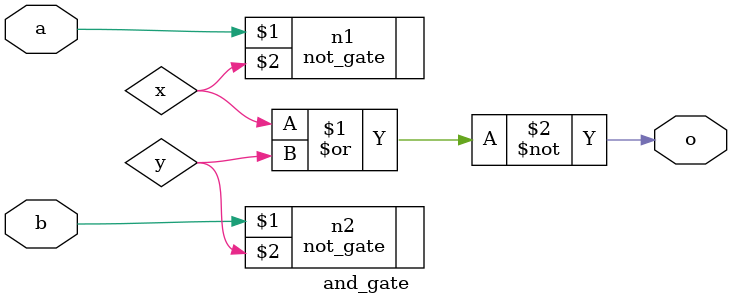
<source format=v>
module and_gate(a , b , o);
  
  input a , b;
  output o;
 
  wire x , y;

  not_gate n1(a , x);
  not_gate n2(b , y);
  nor(o , x , y);


endmodule

</source>
